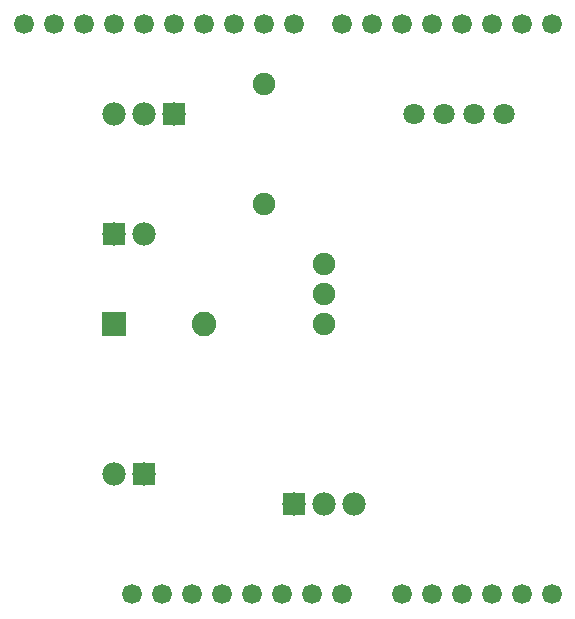
<source format=gbl>
G04 MADE WITH FRITZING*
G04 WWW.FRITZING.ORG*
G04 DOUBLE SIDED*
G04 HOLES PLATED*
G04 CONTOUR ON CENTER OF CONTOUR VECTOR*
%ASAXBY*%
%FSLAX23Y23*%
%MOIN*%
%OFA0B0*%
%SFA1.0B1.0*%
%ADD10C,0.066194*%
%ADD11C,0.066222*%
%ADD12C,0.078000*%
%ADD13C,0.075000*%
%ADD14C,0.082000*%
%ADD15C,0.071000*%
%ADD16C,0.070972*%
%ADD17R,0.078000X0.078000*%
%ADD18R,0.082000X0.082000*%
%LNCOPPER0*%
G90*
G70*
G54D10*
X2192Y164D03*
X2292Y164D03*
X2392Y164D03*
X2492Y164D03*
X2592Y164D03*
G54D11*
X1732Y2064D03*
X1632Y2064D03*
X1532Y2064D03*
X1432Y2064D03*
X1332Y2064D03*
X1232Y2064D03*
X1132Y2064D03*
X1032Y2064D03*
X932Y2064D03*
X832Y2064D03*
X2592Y2064D03*
X2492Y2064D03*
X2392Y2064D03*
X2292Y2064D03*
X2192Y2064D03*
X2092Y2064D03*
X1992Y2064D03*
X1892Y2064D03*
G54D10*
X1292Y164D03*
X1192Y164D03*
X1392Y164D03*
X1492Y164D03*
X1592Y164D03*
X1692Y164D03*
X1792Y164D03*
X1892Y164D03*
X2092Y164D03*
G54D12*
X1232Y564D03*
X1132Y564D03*
G54D13*
X1632Y1464D03*
X1632Y1864D03*
G54D14*
X1134Y1064D03*
X1432Y1064D03*
G54D12*
X1132Y1364D03*
X1232Y1364D03*
G54D15*
X2432Y1764D03*
X2332Y1764D03*
G54D16*
X2232Y1764D03*
X2132Y1764D03*
G54D12*
X1732Y464D03*
X1832Y464D03*
X1932Y464D03*
G54D13*
X1832Y1264D03*
X1832Y1164D03*
X1832Y1064D03*
G54D12*
X1332Y1764D03*
X1232Y1764D03*
X1132Y1764D03*
G54D17*
X1232Y564D03*
G54D18*
X1133Y1064D03*
G54D17*
X1132Y1364D03*
X1732Y464D03*
X1332Y1764D03*
G04 End of Copper0*
M02*
</source>
